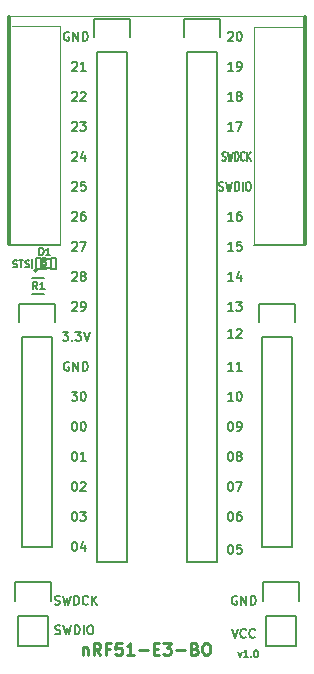
<source format=gto>
G04 #@! TF.FileFunction,Legend,Top*
%FSLAX46Y46*%
G04 Gerber Fmt 4.6, Leading zero omitted, Abs format (unit mm)*
G04 Created by KiCad (PCBNEW 4.0.5+dfsg1-4~bpo8+1) date Sat Jun 24 18:36:41 2017*
%MOMM*%
%LPD*%
G01*
G04 APERTURE LIST*
%ADD10C,0.100000*%
%ADD11C,0.150000*%
%ADD12C,0.254000*%
%ADD13C,0.190500*%
%ADD14C,0.127000*%
%ADD15C,0.158750*%
%ADD16C,0.300000*%
%ADD17C,0.200000*%
G04 APERTURE END LIST*
D10*
D11*
X180871428Y-100371429D02*
X181014285Y-100771429D01*
X181157143Y-100371429D01*
X181700000Y-100771429D02*
X181357143Y-100771429D01*
X181528571Y-100771429D02*
X181528571Y-100171429D01*
X181471428Y-100257143D01*
X181414286Y-100314286D01*
X181357143Y-100342857D01*
X181957143Y-100714286D02*
X181985715Y-100742857D01*
X181957143Y-100771429D01*
X181928572Y-100742857D01*
X181957143Y-100714286D01*
X181957143Y-100771429D01*
X182357143Y-100171429D02*
X182414286Y-100171429D01*
X182471429Y-100200000D01*
X182500000Y-100228571D01*
X182528571Y-100285714D01*
X182557143Y-100400000D01*
X182557143Y-100542857D01*
X182528571Y-100657143D01*
X182500000Y-100714286D01*
X182471429Y-100742857D01*
X182414286Y-100771429D01*
X182357143Y-100771429D01*
X182300000Y-100742857D01*
X182271429Y-100714286D01*
X182242857Y-100657143D01*
X182214286Y-100542857D01*
X182214286Y-100400000D01*
X182242857Y-100285714D01*
X182271429Y-100228571D01*
X182300000Y-100200000D01*
X182357143Y-100171429D01*
D12*
X167712572Y-99921786D02*
X167712572Y-100599119D01*
X167712572Y-100018548D02*
X167760953Y-99970167D01*
X167857715Y-99921786D01*
X168002857Y-99921786D01*
X168099619Y-99970167D01*
X168148000Y-100066929D01*
X168148000Y-100599119D01*
X169212381Y-100599119D02*
X168873715Y-100115310D01*
X168631810Y-100599119D02*
X168631810Y-99583119D01*
X169018857Y-99583119D01*
X169115619Y-99631500D01*
X169164000Y-99679881D01*
X169212381Y-99776643D01*
X169212381Y-99921786D01*
X169164000Y-100018548D01*
X169115619Y-100066929D01*
X169018857Y-100115310D01*
X168631810Y-100115310D01*
X169986476Y-100066929D02*
X169647810Y-100066929D01*
X169647810Y-100599119D02*
X169647810Y-99583119D01*
X170131619Y-99583119D01*
X171002476Y-99583119D02*
X170518667Y-99583119D01*
X170470286Y-100066929D01*
X170518667Y-100018548D01*
X170615429Y-99970167D01*
X170857333Y-99970167D01*
X170954095Y-100018548D01*
X171002476Y-100066929D01*
X171050857Y-100163690D01*
X171050857Y-100405595D01*
X171002476Y-100502357D01*
X170954095Y-100550738D01*
X170857333Y-100599119D01*
X170615429Y-100599119D01*
X170518667Y-100550738D01*
X170470286Y-100502357D01*
X172018476Y-100599119D02*
X171437905Y-100599119D01*
X171728191Y-100599119D02*
X171728191Y-99583119D01*
X171631429Y-99728262D01*
X171534667Y-99825024D01*
X171437905Y-99873405D01*
X172453905Y-100212071D02*
X173228000Y-100212071D01*
X173711810Y-100066929D02*
X174050476Y-100066929D01*
X174195619Y-100599119D02*
X173711810Y-100599119D01*
X173711810Y-99583119D01*
X174195619Y-99583119D01*
X174534286Y-99583119D02*
X175163238Y-99583119D01*
X174824572Y-99970167D01*
X174969714Y-99970167D01*
X175066476Y-100018548D01*
X175114857Y-100066929D01*
X175163238Y-100163690D01*
X175163238Y-100405595D01*
X175114857Y-100502357D01*
X175066476Y-100550738D01*
X174969714Y-100599119D01*
X174679429Y-100599119D01*
X174582667Y-100550738D01*
X174534286Y-100502357D01*
X175598667Y-100212071D02*
X176372762Y-100212071D01*
X177195238Y-100066929D02*
X177340381Y-100115310D01*
X177388762Y-100163690D01*
X177437143Y-100260452D01*
X177437143Y-100405595D01*
X177388762Y-100502357D01*
X177340381Y-100550738D01*
X177243619Y-100599119D01*
X176856572Y-100599119D01*
X176856572Y-99583119D01*
X177195238Y-99583119D01*
X177292000Y-99631500D01*
X177340381Y-99679881D01*
X177388762Y-99776643D01*
X177388762Y-99873405D01*
X177340381Y-99970167D01*
X177292000Y-100018548D01*
X177195238Y-100066929D01*
X176856572Y-100066929D01*
X178066096Y-99583119D02*
X178259619Y-99583119D01*
X178356381Y-99631500D01*
X178453143Y-99728262D01*
X178501524Y-99921786D01*
X178501524Y-100260452D01*
X178453143Y-100453976D01*
X178356381Y-100550738D01*
X178259619Y-100599119D01*
X178066096Y-100599119D01*
X177969334Y-100550738D01*
X177872572Y-100453976D01*
X177824191Y-100260452D01*
X177824191Y-99921786D01*
X177872572Y-99728262D01*
X177969334Y-99631500D01*
X178066096Y-99583119D01*
D13*
X166805429Y-55535286D02*
X166841715Y-55499000D01*
X166914286Y-55462714D01*
X167095715Y-55462714D01*
X167168286Y-55499000D01*
X167204572Y-55535286D01*
X167240857Y-55607857D01*
X167240857Y-55680429D01*
X167204572Y-55789286D01*
X166769143Y-56224714D01*
X167240857Y-56224714D01*
X167494857Y-55462714D02*
X167966571Y-55462714D01*
X167712571Y-55753000D01*
X167821429Y-55753000D01*
X167894000Y-55789286D01*
X167930286Y-55825571D01*
X167966571Y-55898143D01*
X167966571Y-56079571D01*
X167930286Y-56152143D01*
X167894000Y-56188429D01*
X167821429Y-56224714D01*
X167603714Y-56224714D01*
X167531143Y-56188429D01*
X167494857Y-56152143D01*
X165385286Y-98808429D02*
X165494143Y-98844714D01*
X165675572Y-98844714D01*
X165748143Y-98808429D01*
X165784429Y-98772143D01*
X165820714Y-98699571D01*
X165820714Y-98627000D01*
X165784429Y-98554429D01*
X165748143Y-98518143D01*
X165675572Y-98481857D01*
X165530429Y-98445571D01*
X165457857Y-98409286D01*
X165421572Y-98373000D01*
X165385286Y-98300429D01*
X165385286Y-98227857D01*
X165421572Y-98155286D01*
X165457857Y-98119000D01*
X165530429Y-98082714D01*
X165711857Y-98082714D01*
X165820714Y-98119000D01*
X166074714Y-98082714D02*
X166256143Y-98844714D01*
X166401286Y-98300429D01*
X166546428Y-98844714D01*
X166727857Y-98082714D01*
X167018143Y-98844714D02*
X167018143Y-98082714D01*
X167199571Y-98082714D01*
X167308428Y-98119000D01*
X167381000Y-98191571D01*
X167417285Y-98264143D01*
X167453571Y-98409286D01*
X167453571Y-98518143D01*
X167417285Y-98663286D01*
X167381000Y-98735857D01*
X167308428Y-98808429D01*
X167199571Y-98844714D01*
X167018143Y-98844714D01*
X167780143Y-98844714D02*
X167780143Y-98082714D01*
X168288142Y-98082714D02*
X168433285Y-98082714D01*
X168505857Y-98119000D01*
X168578428Y-98191571D01*
X168614714Y-98336714D01*
X168614714Y-98590714D01*
X168578428Y-98735857D01*
X168505857Y-98808429D01*
X168433285Y-98844714D01*
X168288142Y-98844714D01*
X168215571Y-98808429D01*
X168143000Y-98735857D01*
X168106714Y-98590714D01*
X168106714Y-98336714D01*
X168143000Y-98191571D01*
X168215571Y-98119000D01*
X168288142Y-98082714D01*
X165335858Y-96320429D02*
X165444715Y-96356714D01*
X165626144Y-96356714D01*
X165698715Y-96320429D01*
X165735001Y-96284143D01*
X165771286Y-96211571D01*
X165771286Y-96139000D01*
X165735001Y-96066429D01*
X165698715Y-96030143D01*
X165626144Y-95993857D01*
X165481001Y-95957571D01*
X165408429Y-95921286D01*
X165372144Y-95885000D01*
X165335858Y-95812429D01*
X165335858Y-95739857D01*
X165372144Y-95667286D01*
X165408429Y-95631000D01*
X165481001Y-95594714D01*
X165662429Y-95594714D01*
X165771286Y-95631000D01*
X166025286Y-95594714D02*
X166206715Y-96356714D01*
X166351858Y-95812429D01*
X166497000Y-96356714D01*
X166678429Y-95594714D01*
X166968715Y-96356714D02*
X166968715Y-95594714D01*
X167150143Y-95594714D01*
X167259000Y-95631000D01*
X167331572Y-95703571D01*
X167367857Y-95776143D01*
X167404143Y-95921286D01*
X167404143Y-96030143D01*
X167367857Y-96175286D01*
X167331572Y-96247857D01*
X167259000Y-96320429D01*
X167150143Y-96356714D01*
X166968715Y-96356714D01*
X168166143Y-96284143D02*
X168129857Y-96320429D01*
X168021000Y-96356714D01*
X167948429Y-96356714D01*
X167839572Y-96320429D01*
X167767000Y-96247857D01*
X167730715Y-96175286D01*
X167694429Y-96030143D01*
X167694429Y-95921286D01*
X167730715Y-95776143D01*
X167767000Y-95703571D01*
X167839572Y-95631000D01*
X167948429Y-95594714D01*
X168021000Y-95594714D01*
X168129857Y-95631000D01*
X168166143Y-95667286D01*
X168492715Y-96356714D02*
X168492715Y-95594714D01*
X168928143Y-96356714D02*
X168601572Y-95921286D01*
X168928143Y-95594714D02*
X168492715Y-96030143D01*
X180340000Y-98388714D02*
X180594000Y-99150714D01*
X180848000Y-98388714D01*
X181537429Y-99078143D02*
X181501143Y-99114429D01*
X181392286Y-99150714D01*
X181319715Y-99150714D01*
X181210858Y-99114429D01*
X181138286Y-99041857D01*
X181102001Y-98969286D01*
X181065715Y-98824143D01*
X181065715Y-98715286D01*
X181102001Y-98570143D01*
X181138286Y-98497571D01*
X181210858Y-98425000D01*
X181319715Y-98388714D01*
X181392286Y-98388714D01*
X181501143Y-98425000D01*
X181537429Y-98461286D01*
X182299429Y-99078143D02*
X182263143Y-99114429D01*
X182154286Y-99150714D01*
X182081715Y-99150714D01*
X181972858Y-99114429D01*
X181900286Y-99041857D01*
X181864001Y-98969286D01*
X181827715Y-98824143D01*
X181827715Y-98715286D01*
X181864001Y-98570143D01*
X181900286Y-98497571D01*
X181972858Y-98425000D01*
X182081715Y-98388714D01*
X182154286Y-98388714D01*
X182263143Y-98425000D01*
X182299429Y-98461286D01*
X180775428Y-95631000D02*
X180702857Y-95594714D01*
X180594000Y-95594714D01*
X180485143Y-95631000D01*
X180412571Y-95703571D01*
X180376286Y-95776143D01*
X180340000Y-95921286D01*
X180340000Y-96030143D01*
X180376286Y-96175286D01*
X180412571Y-96247857D01*
X180485143Y-96320429D01*
X180594000Y-96356714D01*
X180666571Y-96356714D01*
X180775428Y-96320429D01*
X180811714Y-96284143D01*
X180811714Y-96030143D01*
X180666571Y-96030143D01*
X181138286Y-96356714D02*
X181138286Y-95594714D01*
X181573714Y-96356714D01*
X181573714Y-95594714D01*
X181936572Y-96356714D02*
X181936572Y-95594714D01*
X182118000Y-95594714D01*
X182226857Y-95631000D01*
X182299429Y-95703571D01*
X182335714Y-95776143D01*
X182372000Y-95921286D01*
X182372000Y-96030143D01*
X182335714Y-96175286D01*
X182299429Y-96247857D01*
X182226857Y-96320429D01*
X182118000Y-96356714D01*
X181936572Y-96356714D01*
X180194857Y-91276714D02*
X180267429Y-91276714D01*
X180340000Y-91313000D01*
X180376286Y-91349286D01*
X180412572Y-91421857D01*
X180448857Y-91567000D01*
X180448857Y-91748429D01*
X180412572Y-91893571D01*
X180376286Y-91966143D01*
X180340000Y-92002429D01*
X180267429Y-92038714D01*
X180194857Y-92038714D01*
X180122286Y-92002429D01*
X180086000Y-91966143D01*
X180049715Y-91893571D01*
X180013429Y-91748429D01*
X180013429Y-91567000D01*
X180049715Y-91421857D01*
X180086000Y-91349286D01*
X180122286Y-91313000D01*
X180194857Y-91276714D01*
X181138286Y-91276714D02*
X180775429Y-91276714D01*
X180739143Y-91639571D01*
X180775429Y-91603286D01*
X180848000Y-91567000D01*
X181029429Y-91567000D01*
X181102000Y-91603286D01*
X181138286Y-91639571D01*
X181174571Y-91712143D01*
X181174571Y-91893571D01*
X181138286Y-91966143D01*
X181102000Y-92002429D01*
X181029429Y-92038714D01*
X180848000Y-92038714D01*
X180775429Y-92002429D01*
X180739143Y-91966143D01*
X180194857Y-88482714D02*
X180267429Y-88482714D01*
X180340000Y-88519000D01*
X180376286Y-88555286D01*
X180412572Y-88627857D01*
X180448857Y-88773000D01*
X180448857Y-88954429D01*
X180412572Y-89099571D01*
X180376286Y-89172143D01*
X180340000Y-89208429D01*
X180267429Y-89244714D01*
X180194857Y-89244714D01*
X180122286Y-89208429D01*
X180086000Y-89172143D01*
X180049715Y-89099571D01*
X180013429Y-88954429D01*
X180013429Y-88773000D01*
X180049715Y-88627857D01*
X180086000Y-88555286D01*
X180122286Y-88519000D01*
X180194857Y-88482714D01*
X181102000Y-88482714D02*
X180956857Y-88482714D01*
X180884286Y-88519000D01*
X180848000Y-88555286D01*
X180775429Y-88664143D01*
X180739143Y-88809286D01*
X180739143Y-89099571D01*
X180775429Y-89172143D01*
X180811714Y-89208429D01*
X180884286Y-89244714D01*
X181029429Y-89244714D01*
X181102000Y-89208429D01*
X181138286Y-89172143D01*
X181174571Y-89099571D01*
X181174571Y-88918143D01*
X181138286Y-88845571D01*
X181102000Y-88809286D01*
X181029429Y-88773000D01*
X180884286Y-88773000D01*
X180811714Y-88809286D01*
X180775429Y-88845571D01*
X180739143Y-88918143D01*
X180194857Y-85942714D02*
X180267429Y-85942714D01*
X180340000Y-85979000D01*
X180376286Y-86015286D01*
X180412572Y-86087857D01*
X180448857Y-86233000D01*
X180448857Y-86414429D01*
X180412572Y-86559571D01*
X180376286Y-86632143D01*
X180340000Y-86668429D01*
X180267429Y-86704714D01*
X180194857Y-86704714D01*
X180122286Y-86668429D01*
X180086000Y-86632143D01*
X180049715Y-86559571D01*
X180013429Y-86414429D01*
X180013429Y-86233000D01*
X180049715Y-86087857D01*
X180086000Y-86015286D01*
X180122286Y-85979000D01*
X180194857Y-85942714D01*
X180702857Y-85942714D02*
X181210857Y-85942714D01*
X180884286Y-86704714D01*
X180194857Y-83402714D02*
X180267429Y-83402714D01*
X180340000Y-83439000D01*
X180376286Y-83475286D01*
X180412572Y-83547857D01*
X180448857Y-83693000D01*
X180448857Y-83874429D01*
X180412572Y-84019571D01*
X180376286Y-84092143D01*
X180340000Y-84128429D01*
X180267429Y-84164714D01*
X180194857Y-84164714D01*
X180122286Y-84128429D01*
X180086000Y-84092143D01*
X180049715Y-84019571D01*
X180013429Y-83874429D01*
X180013429Y-83693000D01*
X180049715Y-83547857D01*
X180086000Y-83475286D01*
X180122286Y-83439000D01*
X180194857Y-83402714D01*
X180884286Y-83729286D02*
X180811714Y-83693000D01*
X180775429Y-83656714D01*
X180739143Y-83584143D01*
X180739143Y-83547857D01*
X180775429Y-83475286D01*
X180811714Y-83439000D01*
X180884286Y-83402714D01*
X181029429Y-83402714D01*
X181102000Y-83439000D01*
X181138286Y-83475286D01*
X181174571Y-83547857D01*
X181174571Y-83584143D01*
X181138286Y-83656714D01*
X181102000Y-83693000D01*
X181029429Y-83729286D01*
X180884286Y-83729286D01*
X180811714Y-83765571D01*
X180775429Y-83801857D01*
X180739143Y-83874429D01*
X180739143Y-84019571D01*
X180775429Y-84092143D01*
X180811714Y-84128429D01*
X180884286Y-84164714D01*
X181029429Y-84164714D01*
X181102000Y-84128429D01*
X181138286Y-84092143D01*
X181174571Y-84019571D01*
X181174571Y-83874429D01*
X181138286Y-83801857D01*
X181102000Y-83765571D01*
X181029429Y-83729286D01*
X180194857Y-80862714D02*
X180267429Y-80862714D01*
X180340000Y-80899000D01*
X180376286Y-80935286D01*
X180412572Y-81007857D01*
X180448857Y-81153000D01*
X180448857Y-81334429D01*
X180412572Y-81479571D01*
X180376286Y-81552143D01*
X180340000Y-81588429D01*
X180267429Y-81624714D01*
X180194857Y-81624714D01*
X180122286Y-81588429D01*
X180086000Y-81552143D01*
X180049715Y-81479571D01*
X180013429Y-81334429D01*
X180013429Y-81153000D01*
X180049715Y-81007857D01*
X180086000Y-80935286D01*
X180122286Y-80899000D01*
X180194857Y-80862714D01*
X180811714Y-81624714D02*
X180956857Y-81624714D01*
X181029429Y-81588429D01*
X181065714Y-81552143D01*
X181138286Y-81443286D01*
X181174571Y-81298143D01*
X181174571Y-81007857D01*
X181138286Y-80935286D01*
X181102000Y-80899000D01*
X181029429Y-80862714D01*
X180884286Y-80862714D01*
X180811714Y-80899000D01*
X180775429Y-80935286D01*
X180739143Y-81007857D01*
X180739143Y-81189286D01*
X180775429Y-81261857D01*
X180811714Y-81298143D01*
X180884286Y-81334429D01*
X181029429Y-81334429D01*
X181102000Y-81298143D01*
X181138286Y-81261857D01*
X181174571Y-81189286D01*
X180448857Y-79084714D02*
X180013429Y-79084714D01*
X180231143Y-79084714D02*
X180231143Y-78322714D01*
X180158572Y-78431571D01*
X180086000Y-78504143D01*
X180013429Y-78540429D01*
X180920571Y-78322714D02*
X180993143Y-78322714D01*
X181065714Y-78359000D01*
X181102000Y-78395286D01*
X181138286Y-78467857D01*
X181174571Y-78613000D01*
X181174571Y-78794429D01*
X181138286Y-78939571D01*
X181102000Y-79012143D01*
X181065714Y-79048429D01*
X180993143Y-79084714D01*
X180920571Y-79084714D01*
X180848000Y-79048429D01*
X180811714Y-79012143D01*
X180775429Y-78939571D01*
X180739143Y-78794429D01*
X180739143Y-78613000D01*
X180775429Y-78467857D01*
X180811714Y-78395286D01*
X180848000Y-78359000D01*
X180920571Y-78322714D01*
X180448857Y-76544714D02*
X180013429Y-76544714D01*
X180231143Y-76544714D02*
X180231143Y-75782714D01*
X180158572Y-75891571D01*
X180086000Y-75964143D01*
X180013429Y-76000429D01*
X181174571Y-76544714D02*
X180739143Y-76544714D01*
X180956857Y-76544714D02*
X180956857Y-75782714D01*
X180884286Y-75891571D01*
X180811714Y-75964143D01*
X180739143Y-76000429D01*
X180448857Y-73750714D02*
X180013429Y-73750714D01*
X180231143Y-73750714D02*
X180231143Y-72988714D01*
X180158572Y-73097571D01*
X180086000Y-73170143D01*
X180013429Y-73206429D01*
X180739143Y-73061286D02*
X180775429Y-73025000D01*
X180848000Y-72988714D01*
X181029429Y-72988714D01*
X181102000Y-73025000D01*
X181138286Y-73061286D01*
X181174571Y-73133857D01*
X181174571Y-73206429D01*
X181138286Y-73315286D01*
X180702857Y-73750714D01*
X181174571Y-73750714D01*
X180448857Y-71464714D02*
X180013429Y-71464714D01*
X180231143Y-71464714D02*
X180231143Y-70702714D01*
X180158572Y-70811571D01*
X180086000Y-70884143D01*
X180013429Y-70920429D01*
X180702857Y-70702714D02*
X181174571Y-70702714D01*
X180920571Y-70993000D01*
X181029429Y-70993000D01*
X181102000Y-71029286D01*
X181138286Y-71065571D01*
X181174571Y-71138143D01*
X181174571Y-71319571D01*
X181138286Y-71392143D01*
X181102000Y-71428429D01*
X181029429Y-71464714D01*
X180811714Y-71464714D01*
X180739143Y-71428429D01*
X180702857Y-71392143D01*
X180448857Y-68924714D02*
X180013429Y-68924714D01*
X180231143Y-68924714D02*
X180231143Y-68162714D01*
X180158572Y-68271571D01*
X180086000Y-68344143D01*
X180013429Y-68380429D01*
X181102000Y-68416714D02*
X181102000Y-68924714D01*
X180920571Y-68126429D02*
X180739143Y-68670714D01*
X181210857Y-68670714D01*
X180448857Y-66384714D02*
X180013429Y-66384714D01*
X180231143Y-66384714D02*
X180231143Y-65622714D01*
X180158572Y-65731571D01*
X180086000Y-65804143D01*
X180013429Y-65840429D01*
X181138286Y-65622714D02*
X180775429Y-65622714D01*
X180739143Y-65985571D01*
X180775429Y-65949286D01*
X180848000Y-65913000D01*
X181029429Y-65913000D01*
X181102000Y-65949286D01*
X181138286Y-65985571D01*
X181174571Y-66058143D01*
X181174571Y-66239571D01*
X181138286Y-66312143D01*
X181102000Y-66348429D01*
X181029429Y-66384714D01*
X180848000Y-66384714D01*
X180775429Y-66348429D01*
X180739143Y-66312143D01*
X180448857Y-63844714D02*
X180013429Y-63844714D01*
X180231143Y-63844714D02*
X180231143Y-63082714D01*
X180158572Y-63191571D01*
X180086000Y-63264143D01*
X180013429Y-63300429D01*
X181102000Y-63082714D02*
X180956857Y-63082714D01*
X180884286Y-63119000D01*
X180848000Y-63155286D01*
X180775429Y-63264143D01*
X180739143Y-63409286D01*
X180739143Y-63699571D01*
X180775429Y-63772143D01*
X180811714Y-63808429D01*
X180884286Y-63844714D01*
X181029429Y-63844714D01*
X181102000Y-63808429D01*
X181138286Y-63772143D01*
X181174571Y-63699571D01*
X181174571Y-63518143D01*
X181138286Y-63445571D01*
X181102000Y-63409286D01*
X181029429Y-63373000D01*
X180884286Y-63373000D01*
X180811714Y-63409286D01*
X180775429Y-63445571D01*
X180739143Y-63518143D01*
D14*
X179523572Y-58728429D02*
X179596143Y-58764714D01*
X179717096Y-58764714D01*
X179765477Y-58728429D01*
X179789667Y-58692143D01*
X179813858Y-58619571D01*
X179813858Y-58547000D01*
X179789667Y-58474429D01*
X179765477Y-58438143D01*
X179717096Y-58401857D01*
X179620334Y-58365571D01*
X179571953Y-58329286D01*
X179547762Y-58293000D01*
X179523572Y-58220429D01*
X179523572Y-58147857D01*
X179547762Y-58075286D01*
X179571953Y-58039000D01*
X179620334Y-58002714D01*
X179741286Y-58002714D01*
X179813858Y-58039000D01*
X179983191Y-58002714D02*
X180104144Y-58764714D01*
X180200906Y-58220429D01*
X180297668Y-58764714D01*
X180418620Y-58002714D01*
X180612143Y-58764714D02*
X180612143Y-58002714D01*
X180733096Y-58002714D01*
X180805667Y-58039000D01*
X180854048Y-58111571D01*
X180878239Y-58184143D01*
X180902429Y-58329286D01*
X180902429Y-58438143D01*
X180878239Y-58583286D01*
X180854048Y-58655857D01*
X180805667Y-58728429D01*
X180733096Y-58764714D01*
X180612143Y-58764714D01*
X181410429Y-58692143D02*
X181386239Y-58728429D01*
X181313667Y-58764714D01*
X181265286Y-58764714D01*
X181192715Y-58728429D01*
X181144334Y-58655857D01*
X181120143Y-58583286D01*
X181095953Y-58438143D01*
X181095953Y-58329286D01*
X181120143Y-58184143D01*
X181144334Y-58111571D01*
X181192715Y-58039000D01*
X181265286Y-58002714D01*
X181313667Y-58002714D01*
X181386239Y-58039000D01*
X181410429Y-58075286D01*
X181628143Y-58764714D02*
X181628143Y-58002714D01*
X181918429Y-58764714D02*
X181700715Y-58329286D01*
X181918429Y-58002714D02*
X181628143Y-58438143D01*
D15*
X179248405Y-61268429D02*
X179339120Y-61304714D01*
X179490310Y-61304714D01*
X179550786Y-61268429D01*
X179581024Y-61232143D01*
X179611263Y-61159571D01*
X179611263Y-61087000D01*
X179581024Y-61014429D01*
X179550786Y-60978143D01*
X179490310Y-60941857D01*
X179369358Y-60905571D01*
X179308882Y-60869286D01*
X179278643Y-60833000D01*
X179248405Y-60760429D01*
X179248405Y-60687857D01*
X179278643Y-60615286D01*
X179308882Y-60579000D01*
X179369358Y-60542714D01*
X179520548Y-60542714D01*
X179611263Y-60579000D01*
X179822929Y-60542714D02*
X179974120Y-61304714D01*
X180095072Y-60760429D01*
X180216025Y-61304714D01*
X180367215Y-60542714D01*
X180609119Y-61304714D02*
X180609119Y-60542714D01*
X180760310Y-60542714D01*
X180851024Y-60579000D01*
X180911500Y-60651571D01*
X180941739Y-60724143D01*
X180971977Y-60869286D01*
X180971977Y-60978143D01*
X180941739Y-61123286D01*
X180911500Y-61195857D01*
X180851024Y-61268429D01*
X180760310Y-61304714D01*
X180609119Y-61304714D01*
X181244119Y-61304714D02*
X181244119Y-60542714D01*
X181667453Y-60542714D02*
X181788405Y-60542714D01*
X181848881Y-60579000D01*
X181909358Y-60651571D01*
X181939596Y-60796714D01*
X181939596Y-61050714D01*
X181909358Y-61195857D01*
X181848881Y-61268429D01*
X181788405Y-61304714D01*
X181667453Y-61304714D01*
X181606977Y-61268429D01*
X181546500Y-61195857D01*
X181516262Y-61050714D01*
X181516262Y-60796714D01*
X181546500Y-60651571D01*
X181606977Y-60579000D01*
X181667453Y-60542714D01*
D13*
X180448857Y-53684714D02*
X180013429Y-53684714D01*
X180231143Y-53684714D02*
X180231143Y-52922714D01*
X180158572Y-53031571D01*
X180086000Y-53104143D01*
X180013429Y-53140429D01*
X180884286Y-53249286D02*
X180811714Y-53213000D01*
X180775429Y-53176714D01*
X180739143Y-53104143D01*
X180739143Y-53067857D01*
X180775429Y-52995286D01*
X180811714Y-52959000D01*
X180884286Y-52922714D01*
X181029429Y-52922714D01*
X181102000Y-52959000D01*
X181138286Y-52995286D01*
X181174571Y-53067857D01*
X181174571Y-53104143D01*
X181138286Y-53176714D01*
X181102000Y-53213000D01*
X181029429Y-53249286D01*
X180884286Y-53249286D01*
X180811714Y-53285571D01*
X180775429Y-53321857D01*
X180739143Y-53394429D01*
X180739143Y-53539571D01*
X180775429Y-53612143D01*
X180811714Y-53648429D01*
X180884286Y-53684714D01*
X181029429Y-53684714D01*
X181102000Y-53648429D01*
X181138286Y-53612143D01*
X181174571Y-53539571D01*
X181174571Y-53394429D01*
X181138286Y-53321857D01*
X181102000Y-53285571D01*
X181029429Y-53249286D01*
X180448857Y-56224714D02*
X180013429Y-56224714D01*
X180231143Y-56224714D02*
X180231143Y-55462714D01*
X180158572Y-55571571D01*
X180086000Y-55644143D01*
X180013429Y-55680429D01*
X180702857Y-55462714D02*
X181210857Y-55462714D01*
X180884286Y-56224714D01*
X180013429Y-47915286D02*
X180049715Y-47879000D01*
X180122286Y-47842714D01*
X180303715Y-47842714D01*
X180376286Y-47879000D01*
X180412572Y-47915286D01*
X180448857Y-47987857D01*
X180448857Y-48060429D01*
X180412572Y-48169286D01*
X179977143Y-48604714D01*
X180448857Y-48604714D01*
X180920571Y-47842714D02*
X180993143Y-47842714D01*
X181065714Y-47879000D01*
X181102000Y-47915286D01*
X181138286Y-47987857D01*
X181174571Y-48133000D01*
X181174571Y-48314429D01*
X181138286Y-48459571D01*
X181102000Y-48532143D01*
X181065714Y-48568429D01*
X180993143Y-48604714D01*
X180920571Y-48604714D01*
X180848000Y-48568429D01*
X180811714Y-48532143D01*
X180775429Y-48459571D01*
X180739143Y-48314429D01*
X180739143Y-48133000D01*
X180775429Y-47987857D01*
X180811714Y-47915286D01*
X180848000Y-47879000D01*
X180920571Y-47842714D01*
X180448857Y-51144714D02*
X180013429Y-51144714D01*
X180231143Y-51144714D02*
X180231143Y-50382714D01*
X180158572Y-50491571D01*
X180086000Y-50564143D01*
X180013429Y-50600429D01*
X180811714Y-51144714D02*
X180956857Y-51144714D01*
X181029429Y-51108429D01*
X181065714Y-51072143D01*
X181138286Y-50963286D01*
X181174571Y-50818143D01*
X181174571Y-50527857D01*
X181138286Y-50455286D01*
X181102000Y-50419000D01*
X181029429Y-50382714D01*
X180884286Y-50382714D01*
X180811714Y-50419000D01*
X180775429Y-50455286D01*
X180739143Y-50527857D01*
X180739143Y-50709286D01*
X180775429Y-50781857D01*
X180811714Y-50818143D01*
X180884286Y-50854429D01*
X181029429Y-50854429D01*
X181102000Y-50818143D01*
X181138286Y-50781857D01*
X181174571Y-50709286D01*
X166551428Y-75819000D02*
X166478857Y-75782714D01*
X166370000Y-75782714D01*
X166261143Y-75819000D01*
X166188571Y-75891571D01*
X166152286Y-75964143D01*
X166116000Y-76109286D01*
X166116000Y-76218143D01*
X166152286Y-76363286D01*
X166188571Y-76435857D01*
X166261143Y-76508429D01*
X166370000Y-76544714D01*
X166442571Y-76544714D01*
X166551428Y-76508429D01*
X166587714Y-76472143D01*
X166587714Y-76218143D01*
X166442571Y-76218143D01*
X166914286Y-76544714D02*
X166914286Y-75782714D01*
X167349714Y-76544714D01*
X167349714Y-75782714D01*
X167712572Y-76544714D02*
X167712572Y-75782714D01*
X167894000Y-75782714D01*
X168002857Y-75819000D01*
X168075429Y-75891571D01*
X168111714Y-75964143D01*
X168148000Y-76109286D01*
X168148000Y-76218143D01*
X168111714Y-76363286D01*
X168075429Y-76435857D01*
X168002857Y-76508429D01*
X167894000Y-76544714D01*
X167712572Y-76544714D01*
X166007143Y-73242714D02*
X166478857Y-73242714D01*
X166224857Y-73533000D01*
X166333715Y-73533000D01*
X166406286Y-73569286D01*
X166442572Y-73605571D01*
X166478857Y-73678143D01*
X166478857Y-73859571D01*
X166442572Y-73932143D01*
X166406286Y-73968429D01*
X166333715Y-74004714D01*
X166116000Y-74004714D01*
X166043429Y-73968429D01*
X166007143Y-73932143D01*
X166805429Y-73932143D02*
X166841714Y-73968429D01*
X166805429Y-74004714D01*
X166769143Y-73968429D01*
X166805429Y-73932143D01*
X166805429Y-74004714D01*
X167095714Y-73242714D02*
X167567428Y-73242714D01*
X167313428Y-73533000D01*
X167422286Y-73533000D01*
X167494857Y-73569286D01*
X167531143Y-73605571D01*
X167567428Y-73678143D01*
X167567428Y-73859571D01*
X167531143Y-73932143D01*
X167494857Y-73968429D01*
X167422286Y-74004714D01*
X167204571Y-74004714D01*
X167132000Y-73968429D01*
X167095714Y-73932143D01*
X167785142Y-73242714D02*
X168039142Y-74004714D01*
X168293142Y-73242714D01*
X166551428Y-47879000D02*
X166478857Y-47842714D01*
X166370000Y-47842714D01*
X166261143Y-47879000D01*
X166188571Y-47951571D01*
X166152286Y-48024143D01*
X166116000Y-48169286D01*
X166116000Y-48278143D01*
X166152286Y-48423286D01*
X166188571Y-48495857D01*
X166261143Y-48568429D01*
X166370000Y-48604714D01*
X166442571Y-48604714D01*
X166551428Y-48568429D01*
X166587714Y-48532143D01*
X166587714Y-48278143D01*
X166442571Y-48278143D01*
X166914286Y-48604714D02*
X166914286Y-47842714D01*
X167349714Y-48604714D01*
X167349714Y-47842714D01*
X167712572Y-48604714D02*
X167712572Y-47842714D01*
X167894000Y-47842714D01*
X168002857Y-47879000D01*
X168075429Y-47951571D01*
X168111714Y-48024143D01*
X168148000Y-48169286D01*
X168148000Y-48278143D01*
X168111714Y-48423286D01*
X168075429Y-48495857D01*
X168002857Y-48568429D01*
X167894000Y-48604714D01*
X167712572Y-48604714D01*
X166986857Y-91022714D02*
X167059429Y-91022714D01*
X167132000Y-91059000D01*
X167168286Y-91095286D01*
X167204572Y-91167857D01*
X167240857Y-91313000D01*
X167240857Y-91494429D01*
X167204572Y-91639571D01*
X167168286Y-91712143D01*
X167132000Y-91748429D01*
X167059429Y-91784714D01*
X166986857Y-91784714D01*
X166914286Y-91748429D01*
X166878000Y-91712143D01*
X166841715Y-91639571D01*
X166805429Y-91494429D01*
X166805429Y-91313000D01*
X166841715Y-91167857D01*
X166878000Y-91095286D01*
X166914286Y-91059000D01*
X166986857Y-91022714D01*
X167894000Y-91276714D02*
X167894000Y-91784714D01*
X167712571Y-90986429D02*
X167531143Y-91530714D01*
X168002857Y-91530714D01*
X166986857Y-88482714D02*
X167059429Y-88482714D01*
X167132000Y-88519000D01*
X167168286Y-88555286D01*
X167204572Y-88627857D01*
X167240857Y-88773000D01*
X167240857Y-88954429D01*
X167204572Y-89099571D01*
X167168286Y-89172143D01*
X167132000Y-89208429D01*
X167059429Y-89244714D01*
X166986857Y-89244714D01*
X166914286Y-89208429D01*
X166878000Y-89172143D01*
X166841715Y-89099571D01*
X166805429Y-88954429D01*
X166805429Y-88773000D01*
X166841715Y-88627857D01*
X166878000Y-88555286D01*
X166914286Y-88519000D01*
X166986857Y-88482714D01*
X167494857Y-88482714D02*
X167966571Y-88482714D01*
X167712571Y-88773000D01*
X167821429Y-88773000D01*
X167894000Y-88809286D01*
X167930286Y-88845571D01*
X167966571Y-88918143D01*
X167966571Y-89099571D01*
X167930286Y-89172143D01*
X167894000Y-89208429D01*
X167821429Y-89244714D01*
X167603714Y-89244714D01*
X167531143Y-89208429D01*
X167494857Y-89172143D01*
X166986857Y-85942714D02*
X167059429Y-85942714D01*
X167132000Y-85979000D01*
X167168286Y-86015286D01*
X167204572Y-86087857D01*
X167240857Y-86233000D01*
X167240857Y-86414429D01*
X167204572Y-86559571D01*
X167168286Y-86632143D01*
X167132000Y-86668429D01*
X167059429Y-86704714D01*
X166986857Y-86704714D01*
X166914286Y-86668429D01*
X166878000Y-86632143D01*
X166841715Y-86559571D01*
X166805429Y-86414429D01*
X166805429Y-86233000D01*
X166841715Y-86087857D01*
X166878000Y-86015286D01*
X166914286Y-85979000D01*
X166986857Y-85942714D01*
X167531143Y-86015286D02*
X167567429Y-85979000D01*
X167640000Y-85942714D01*
X167821429Y-85942714D01*
X167894000Y-85979000D01*
X167930286Y-86015286D01*
X167966571Y-86087857D01*
X167966571Y-86160429D01*
X167930286Y-86269286D01*
X167494857Y-86704714D01*
X167966571Y-86704714D01*
X166986857Y-83402714D02*
X167059429Y-83402714D01*
X167132000Y-83439000D01*
X167168286Y-83475286D01*
X167204572Y-83547857D01*
X167240857Y-83693000D01*
X167240857Y-83874429D01*
X167204572Y-84019571D01*
X167168286Y-84092143D01*
X167132000Y-84128429D01*
X167059429Y-84164714D01*
X166986857Y-84164714D01*
X166914286Y-84128429D01*
X166878000Y-84092143D01*
X166841715Y-84019571D01*
X166805429Y-83874429D01*
X166805429Y-83693000D01*
X166841715Y-83547857D01*
X166878000Y-83475286D01*
X166914286Y-83439000D01*
X166986857Y-83402714D01*
X167966571Y-84164714D02*
X167531143Y-84164714D01*
X167748857Y-84164714D02*
X167748857Y-83402714D01*
X167676286Y-83511571D01*
X167603714Y-83584143D01*
X167531143Y-83620429D01*
X166986857Y-80862714D02*
X167059429Y-80862714D01*
X167132000Y-80899000D01*
X167168286Y-80935286D01*
X167204572Y-81007857D01*
X167240857Y-81153000D01*
X167240857Y-81334429D01*
X167204572Y-81479571D01*
X167168286Y-81552143D01*
X167132000Y-81588429D01*
X167059429Y-81624714D01*
X166986857Y-81624714D01*
X166914286Y-81588429D01*
X166878000Y-81552143D01*
X166841715Y-81479571D01*
X166805429Y-81334429D01*
X166805429Y-81153000D01*
X166841715Y-81007857D01*
X166878000Y-80935286D01*
X166914286Y-80899000D01*
X166986857Y-80862714D01*
X167712571Y-80862714D02*
X167785143Y-80862714D01*
X167857714Y-80899000D01*
X167894000Y-80935286D01*
X167930286Y-81007857D01*
X167966571Y-81153000D01*
X167966571Y-81334429D01*
X167930286Y-81479571D01*
X167894000Y-81552143D01*
X167857714Y-81588429D01*
X167785143Y-81624714D01*
X167712571Y-81624714D01*
X167640000Y-81588429D01*
X167603714Y-81552143D01*
X167567429Y-81479571D01*
X167531143Y-81334429D01*
X167531143Y-81153000D01*
X167567429Y-81007857D01*
X167603714Y-80935286D01*
X167640000Y-80899000D01*
X167712571Y-80862714D01*
X166769143Y-78322714D02*
X167240857Y-78322714D01*
X166986857Y-78613000D01*
X167095715Y-78613000D01*
X167168286Y-78649286D01*
X167204572Y-78685571D01*
X167240857Y-78758143D01*
X167240857Y-78939571D01*
X167204572Y-79012143D01*
X167168286Y-79048429D01*
X167095715Y-79084714D01*
X166878000Y-79084714D01*
X166805429Y-79048429D01*
X166769143Y-79012143D01*
X167712571Y-78322714D02*
X167785143Y-78322714D01*
X167857714Y-78359000D01*
X167894000Y-78395286D01*
X167930286Y-78467857D01*
X167966571Y-78613000D01*
X167966571Y-78794429D01*
X167930286Y-78939571D01*
X167894000Y-79012143D01*
X167857714Y-79048429D01*
X167785143Y-79084714D01*
X167712571Y-79084714D01*
X167640000Y-79048429D01*
X167603714Y-79012143D01*
X167567429Y-78939571D01*
X167531143Y-78794429D01*
X167531143Y-78613000D01*
X167567429Y-78467857D01*
X167603714Y-78395286D01*
X167640000Y-78359000D01*
X167712571Y-78322714D01*
X166805429Y-70775286D02*
X166841715Y-70739000D01*
X166914286Y-70702714D01*
X167095715Y-70702714D01*
X167168286Y-70739000D01*
X167204572Y-70775286D01*
X167240857Y-70847857D01*
X167240857Y-70920429D01*
X167204572Y-71029286D01*
X166769143Y-71464714D01*
X167240857Y-71464714D01*
X167603714Y-71464714D02*
X167748857Y-71464714D01*
X167821429Y-71428429D01*
X167857714Y-71392143D01*
X167930286Y-71283286D01*
X167966571Y-71138143D01*
X167966571Y-70847857D01*
X167930286Y-70775286D01*
X167894000Y-70739000D01*
X167821429Y-70702714D01*
X167676286Y-70702714D01*
X167603714Y-70739000D01*
X167567429Y-70775286D01*
X167531143Y-70847857D01*
X167531143Y-71029286D01*
X167567429Y-71101857D01*
X167603714Y-71138143D01*
X167676286Y-71174429D01*
X167821429Y-71174429D01*
X167894000Y-71138143D01*
X167930286Y-71101857D01*
X167966571Y-71029286D01*
X166805429Y-68235286D02*
X166841715Y-68199000D01*
X166914286Y-68162714D01*
X167095715Y-68162714D01*
X167168286Y-68199000D01*
X167204572Y-68235286D01*
X167240857Y-68307857D01*
X167240857Y-68380429D01*
X167204572Y-68489286D01*
X166769143Y-68924714D01*
X167240857Y-68924714D01*
X167676286Y-68489286D02*
X167603714Y-68453000D01*
X167567429Y-68416714D01*
X167531143Y-68344143D01*
X167531143Y-68307857D01*
X167567429Y-68235286D01*
X167603714Y-68199000D01*
X167676286Y-68162714D01*
X167821429Y-68162714D01*
X167894000Y-68199000D01*
X167930286Y-68235286D01*
X167966571Y-68307857D01*
X167966571Y-68344143D01*
X167930286Y-68416714D01*
X167894000Y-68453000D01*
X167821429Y-68489286D01*
X167676286Y-68489286D01*
X167603714Y-68525571D01*
X167567429Y-68561857D01*
X167531143Y-68634429D01*
X167531143Y-68779571D01*
X167567429Y-68852143D01*
X167603714Y-68888429D01*
X167676286Y-68924714D01*
X167821429Y-68924714D01*
X167894000Y-68888429D01*
X167930286Y-68852143D01*
X167966571Y-68779571D01*
X167966571Y-68634429D01*
X167930286Y-68561857D01*
X167894000Y-68525571D01*
X167821429Y-68489286D01*
X166805429Y-65695286D02*
X166841715Y-65659000D01*
X166914286Y-65622714D01*
X167095715Y-65622714D01*
X167168286Y-65659000D01*
X167204572Y-65695286D01*
X167240857Y-65767857D01*
X167240857Y-65840429D01*
X167204572Y-65949286D01*
X166769143Y-66384714D01*
X167240857Y-66384714D01*
X167494857Y-65622714D02*
X168002857Y-65622714D01*
X167676286Y-66384714D01*
X166805429Y-63155286D02*
X166841715Y-63119000D01*
X166914286Y-63082714D01*
X167095715Y-63082714D01*
X167168286Y-63119000D01*
X167204572Y-63155286D01*
X167240857Y-63227857D01*
X167240857Y-63300429D01*
X167204572Y-63409286D01*
X166769143Y-63844714D01*
X167240857Y-63844714D01*
X167894000Y-63082714D02*
X167748857Y-63082714D01*
X167676286Y-63119000D01*
X167640000Y-63155286D01*
X167567429Y-63264143D01*
X167531143Y-63409286D01*
X167531143Y-63699571D01*
X167567429Y-63772143D01*
X167603714Y-63808429D01*
X167676286Y-63844714D01*
X167821429Y-63844714D01*
X167894000Y-63808429D01*
X167930286Y-63772143D01*
X167966571Y-63699571D01*
X167966571Y-63518143D01*
X167930286Y-63445571D01*
X167894000Y-63409286D01*
X167821429Y-63373000D01*
X167676286Y-63373000D01*
X167603714Y-63409286D01*
X167567429Y-63445571D01*
X167531143Y-63518143D01*
X166805429Y-60615286D02*
X166841715Y-60579000D01*
X166914286Y-60542714D01*
X167095715Y-60542714D01*
X167168286Y-60579000D01*
X167204572Y-60615286D01*
X167240857Y-60687857D01*
X167240857Y-60760429D01*
X167204572Y-60869286D01*
X166769143Y-61304714D01*
X167240857Y-61304714D01*
X167930286Y-60542714D02*
X167567429Y-60542714D01*
X167531143Y-60905571D01*
X167567429Y-60869286D01*
X167640000Y-60833000D01*
X167821429Y-60833000D01*
X167894000Y-60869286D01*
X167930286Y-60905571D01*
X167966571Y-60978143D01*
X167966571Y-61159571D01*
X167930286Y-61232143D01*
X167894000Y-61268429D01*
X167821429Y-61304714D01*
X167640000Y-61304714D01*
X167567429Y-61268429D01*
X167531143Y-61232143D01*
X166805429Y-58075286D02*
X166841715Y-58039000D01*
X166914286Y-58002714D01*
X167095715Y-58002714D01*
X167168286Y-58039000D01*
X167204572Y-58075286D01*
X167240857Y-58147857D01*
X167240857Y-58220429D01*
X167204572Y-58329286D01*
X166769143Y-58764714D01*
X167240857Y-58764714D01*
X167894000Y-58256714D02*
X167894000Y-58764714D01*
X167712571Y-57966429D02*
X167531143Y-58510714D01*
X168002857Y-58510714D01*
X166805429Y-52995286D02*
X166841715Y-52959000D01*
X166914286Y-52922714D01*
X167095715Y-52922714D01*
X167168286Y-52959000D01*
X167204572Y-52995286D01*
X167240857Y-53067857D01*
X167240857Y-53140429D01*
X167204572Y-53249286D01*
X166769143Y-53684714D01*
X167240857Y-53684714D01*
X167531143Y-52995286D02*
X167567429Y-52959000D01*
X167640000Y-52922714D01*
X167821429Y-52922714D01*
X167894000Y-52959000D01*
X167930286Y-52995286D01*
X167966571Y-53067857D01*
X167966571Y-53140429D01*
X167930286Y-53249286D01*
X167494857Y-53684714D01*
X167966571Y-53684714D01*
D11*
X161814286Y-67742857D02*
X161900000Y-67771429D01*
X162042857Y-67771429D01*
X162100000Y-67742857D01*
X162128571Y-67714286D01*
X162157143Y-67657143D01*
X162157143Y-67600000D01*
X162128571Y-67542857D01*
X162100000Y-67514286D01*
X162042857Y-67485714D01*
X161928571Y-67457143D01*
X161871429Y-67428571D01*
X161842857Y-67400000D01*
X161814286Y-67342857D01*
X161814286Y-67285714D01*
X161842857Y-67228571D01*
X161871429Y-67200000D01*
X161928571Y-67171429D01*
X162071429Y-67171429D01*
X162157143Y-67200000D01*
X162328572Y-67171429D02*
X162671429Y-67171429D01*
X162500000Y-67771429D02*
X162500000Y-67171429D01*
X162842858Y-67742857D02*
X162928572Y-67771429D01*
X163071429Y-67771429D01*
X163128572Y-67742857D01*
X163157143Y-67714286D01*
X163185715Y-67657143D01*
X163185715Y-67600000D01*
X163157143Y-67542857D01*
X163128572Y-67514286D01*
X163071429Y-67485714D01*
X162957143Y-67457143D01*
X162900001Y-67428571D01*
X162871429Y-67400000D01*
X162842858Y-67342857D01*
X162842858Y-67285714D01*
X162871429Y-67228571D01*
X162900001Y-67200000D01*
X162957143Y-67171429D01*
X163100001Y-67171429D01*
X163185715Y-67200000D01*
D13*
X166805429Y-50455286D02*
X166841715Y-50419000D01*
X166914286Y-50382714D01*
X167095715Y-50382714D01*
X167168286Y-50419000D01*
X167204572Y-50455286D01*
X167240857Y-50527857D01*
X167240857Y-50600429D01*
X167204572Y-50709286D01*
X166769143Y-51144714D01*
X167240857Y-51144714D01*
X167966571Y-51144714D02*
X167531143Y-51144714D01*
X167748857Y-51144714D02*
X167748857Y-50382714D01*
X167676286Y-50491571D01*
X167603714Y-50564143D01*
X167531143Y-50600429D01*
D10*
X161790000Y-46510000D02*
X161490000Y-46510000D01*
D16*
X161490000Y-47810000D02*
X161490000Y-46610000D01*
D10*
X186290000Y-46510000D02*
X186490000Y-46510000D01*
D16*
X186490000Y-47810000D02*
X186490000Y-46610000D01*
D10*
X161590000Y-46510000D02*
X186290000Y-46510000D01*
X182190000Y-65710000D02*
X182190000Y-65810000D01*
D17*
X186490000Y-65910000D02*
X182190000Y-65910000D01*
D10*
X165790000Y-65710000D02*
X165790000Y-65910000D01*
D17*
X161490000Y-65910000D02*
X165790000Y-65910000D01*
D10*
X182190000Y-47510000D02*
X182190000Y-47410000D01*
X182190000Y-47410000D02*
X186390000Y-47410000D01*
X161690000Y-47310000D02*
X165790000Y-47310000D01*
X165790000Y-47310000D02*
X165790000Y-65710000D01*
X182190000Y-47510000D02*
X182190000Y-65710000D01*
D16*
X186490000Y-65810000D02*
X186490000Y-47810000D01*
X161490000Y-65810000D02*
X161490000Y-47810000D01*
D11*
X163392000Y-67837000D02*
X163392000Y-67037000D01*
X163833421Y-68037000D02*
G75*
G03X163833421Y-68037000I-141421J0D01*
G01*
X164142420Y-67886580D02*
X164142420Y-66987420D01*
X164142420Y-66987420D02*
X163743640Y-66987420D01*
X163743640Y-67886580D02*
X163743640Y-66987420D01*
X164142420Y-67886580D02*
X163743640Y-67886580D01*
X165440360Y-67886580D02*
X165440360Y-66987420D01*
X165440360Y-66987420D02*
X165041580Y-66987420D01*
X165041580Y-67886580D02*
X165041580Y-66987420D01*
X165440360Y-67886580D02*
X165041580Y-67886580D01*
X164592000Y-67886580D02*
X164592000Y-67736720D01*
X164592000Y-67736720D02*
X164292280Y-67736720D01*
X164292280Y-67886580D02*
X164292280Y-67736720D01*
X164592000Y-67886580D02*
X164292280Y-67886580D01*
X164592000Y-67137280D02*
X164592000Y-66987420D01*
X164592000Y-66987420D02*
X164292280Y-66987420D01*
X164292280Y-67137280D02*
X164292280Y-66987420D01*
X164592000Y-67137280D02*
X164292280Y-67137280D01*
X164592000Y-67586860D02*
X164592000Y-67287140D01*
X164592000Y-67287140D02*
X164292280Y-67287140D01*
X164292280Y-67586860D02*
X164292280Y-67287140D01*
X164592000Y-67586860D02*
X164292280Y-67586860D01*
X164142420Y-67835780D02*
X165041580Y-67835780D01*
X164142420Y-67038220D02*
X165041580Y-67038220D01*
X171450000Y-49530000D02*
X171450000Y-92710000D01*
X171450000Y-92710000D02*
X168910000Y-92710000D01*
X168910000Y-92710000D02*
X168910000Y-49530000D01*
X171730000Y-46710000D02*
X171730000Y-48260000D01*
X171450000Y-49530000D02*
X168910000Y-49530000D01*
X168630000Y-48260000D02*
X168630000Y-46710000D01*
X168630000Y-46710000D02*
X171730000Y-46710000D01*
X165100000Y-73660000D02*
X165100000Y-91440000D01*
X165100000Y-91440000D02*
X162560000Y-91440000D01*
X162560000Y-91440000D02*
X162560000Y-73660000D01*
X165380000Y-70840000D02*
X165380000Y-72390000D01*
X165100000Y-73660000D02*
X162560000Y-73660000D01*
X162280000Y-72390000D02*
X162280000Y-70840000D01*
X162280000Y-70840000D02*
X165380000Y-70840000D01*
X179070000Y-49530000D02*
X179070000Y-92710000D01*
X179070000Y-92710000D02*
X176530000Y-92710000D01*
X176530000Y-92710000D02*
X176530000Y-49530000D01*
X179350000Y-46710000D02*
X179350000Y-48260000D01*
X179070000Y-49530000D02*
X176530000Y-49530000D01*
X176250000Y-48260000D02*
X176250000Y-46710000D01*
X176250000Y-46710000D02*
X179350000Y-46710000D01*
X185420000Y-73660000D02*
X185420000Y-91440000D01*
X185420000Y-91440000D02*
X182880000Y-91440000D01*
X182880000Y-91440000D02*
X182880000Y-73660000D01*
X185700000Y-70840000D02*
X185700000Y-72390000D01*
X185420000Y-73660000D02*
X182880000Y-73660000D01*
X182600000Y-72390000D02*
X182600000Y-70840000D01*
X182600000Y-70840000D02*
X185700000Y-70840000D01*
X164457000Y-70017000D02*
X163457000Y-70017000D01*
X163457000Y-68667000D02*
X164457000Y-68667000D01*
X185770000Y-97270000D02*
X185770000Y-99810000D01*
X186050000Y-94450000D02*
X186050000Y-96000000D01*
X185770000Y-97270000D02*
X183230000Y-97270000D01*
X182950000Y-96000000D02*
X182950000Y-94450000D01*
X182950000Y-94450000D02*
X186050000Y-94450000D01*
X183230000Y-97270000D02*
X183230000Y-99810000D01*
X183230000Y-99810000D02*
X185770000Y-99810000D01*
X164770000Y-97270000D02*
X164770000Y-99810000D01*
X165050000Y-94450000D02*
X165050000Y-96000000D01*
X164770000Y-97270000D02*
X162230000Y-97270000D01*
X161950000Y-96000000D02*
X161950000Y-94450000D01*
X161950000Y-94450000D02*
X165050000Y-94450000D01*
X162230000Y-97270000D02*
X162230000Y-99810000D01*
X162230000Y-99810000D02*
X164770000Y-99810000D01*
X164047543Y-66717829D02*
X164047543Y-66117829D01*
X164190400Y-66117829D01*
X164276115Y-66146400D01*
X164333257Y-66203543D01*
X164361829Y-66260686D01*
X164390400Y-66374971D01*
X164390400Y-66460686D01*
X164361829Y-66574971D01*
X164333257Y-66632114D01*
X164276115Y-66689257D01*
X164190400Y-66717829D01*
X164047543Y-66717829D01*
X164961829Y-66717829D02*
X164618972Y-66717829D01*
X164790400Y-66717829D02*
X164790400Y-66117829D01*
X164733257Y-66203543D01*
X164676115Y-66260686D01*
X164618972Y-66289257D01*
X163876567Y-69629262D02*
X163664900Y-69326881D01*
X163513709Y-69629262D02*
X163513709Y-68994262D01*
X163755614Y-68994262D01*
X163816090Y-69024500D01*
X163846329Y-69054738D01*
X163876567Y-69115214D01*
X163876567Y-69205929D01*
X163846329Y-69266405D01*
X163816090Y-69296643D01*
X163755614Y-69326881D01*
X163513709Y-69326881D01*
X164481329Y-69629262D02*
X164118471Y-69629262D01*
X164299900Y-69629262D02*
X164299900Y-68994262D01*
X164239424Y-69084976D01*
X164178948Y-69145452D01*
X164118471Y-69175690D01*
M02*

</source>
